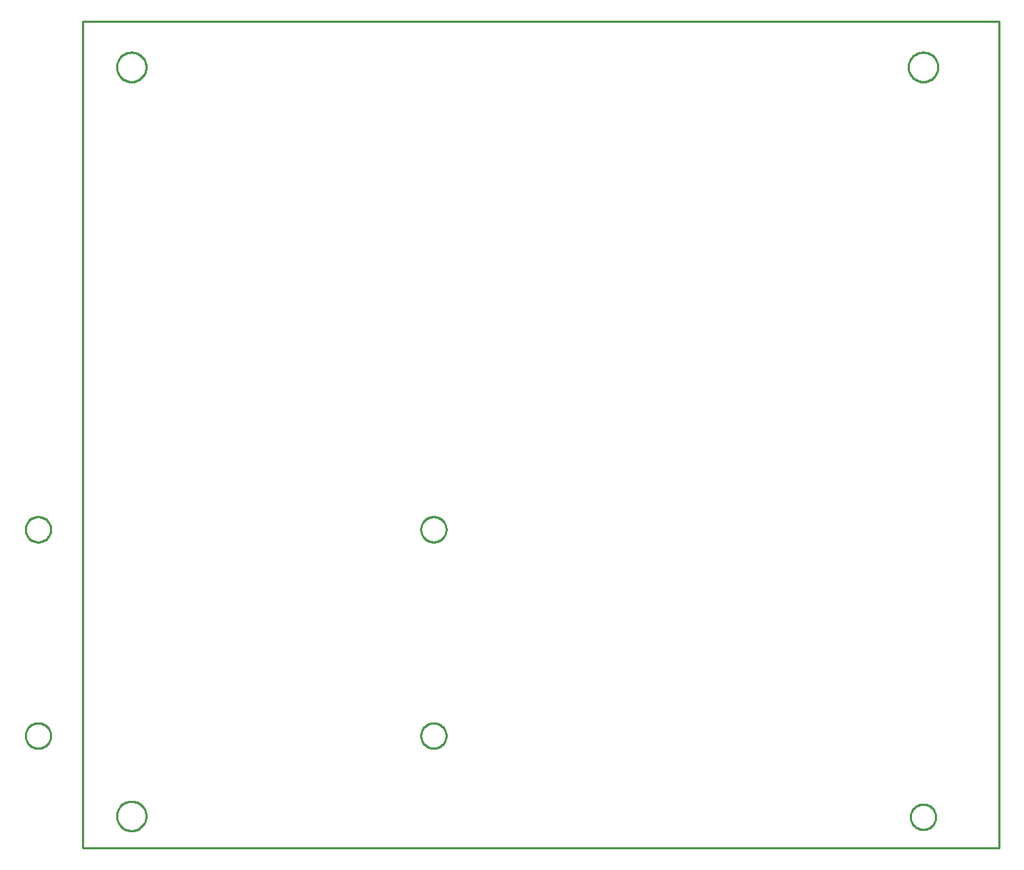
<source format=gbr>
G04 EAGLE Gerber RS-274X export*
G75*
%MOMM*%
%FSLAX34Y34*%
%LPD*%
%IN*%
%IPPOS*%
%AMOC8*
5,1,8,0,0,1.08239X$1,22.5*%
G01*
%ADD10C,0.254000*%


D10*
X1800Y1800D02*
X1089900Y1800D01*
X1089900Y984100D01*
X1800Y984100D01*
X1800Y1800D01*
X77500Y39427D02*
X77425Y38284D01*
X77276Y37148D01*
X77052Y36024D01*
X76755Y34917D01*
X76387Y33832D01*
X75949Y32774D01*
X75442Y31746D01*
X74869Y30754D01*
X74232Y29801D01*
X73535Y28892D01*
X72779Y28031D01*
X71969Y27221D01*
X71108Y26465D01*
X70199Y25768D01*
X69246Y25131D01*
X68254Y24558D01*
X67226Y24051D01*
X66168Y23613D01*
X65083Y23245D01*
X63976Y22948D01*
X62852Y22725D01*
X61716Y22575D01*
X60573Y22500D01*
X59427Y22500D01*
X58284Y22575D01*
X57148Y22725D01*
X56024Y22948D01*
X54917Y23245D01*
X53832Y23613D01*
X52774Y24051D01*
X51746Y24558D01*
X50754Y25131D01*
X49801Y25768D01*
X48892Y26465D01*
X48031Y27221D01*
X47221Y28031D01*
X46465Y28892D01*
X45768Y29801D01*
X45131Y30754D01*
X44558Y31746D01*
X44051Y32774D01*
X43613Y33832D01*
X43245Y34917D01*
X42948Y36024D01*
X42725Y37148D01*
X42575Y38284D01*
X42500Y39427D01*
X42500Y40573D01*
X42575Y41716D01*
X42725Y42852D01*
X42948Y43976D01*
X43245Y45083D01*
X43613Y46168D01*
X44051Y47226D01*
X44558Y48254D01*
X45131Y49246D01*
X45768Y50199D01*
X46465Y51108D01*
X47221Y51969D01*
X48031Y52779D01*
X48892Y53535D01*
X49801Y54232D01*
X50754Y54869D01*
X51746Y55442D01*
X52774Y55949D01*
X53832Y56387D01*
X54917Y56755D01*
X56024Y57052D01*
X57148Y57276D01*
X58284Y57425D01*
X59427Y57500D01*
X60573Y57500D01*
X61716Y57425D01*
X62852Y57276D01*
X63976Y57052D01*
X65083Y56755D01*
X66168Y56387D01*
X67226Y55949D01*
X68254Y55442D01*
X69246Y54869D01*
X70199Y54232D01*
X71108Y53535D01*
X71969Y52779D01*
X72779Y51969D01*
X73535Y51108D01*
X74232Y50199D01*
X74869Y49246D01*
X75442Y48254D01*
X75949Y47226D01*
X76387Y46168D01*
X76755Y45083D01*
X77052Y43976D01*
X77276Y42852D01*
X77425Y41716D01*
X77500Y40573D01*
X77500Y39427D01*
X1015000Y38464D02*
X1014924Y37396D01*
X1014771Y36335D01*
X1014543Y35288D01*
X1014241Y34260D01*
X1013867Y33256D01*
X1013422Y32281D01*
X1012908Y31341D01*
X1012329Y30440D01*
X1011687Y29582D01*
X1010985Y28772D01*
X1010228Y28015D01*
X1009418Y27313D01*
X1008560Y26671D01*
X1007659Y26092D01*
X1006719Y25578D01*
X1005744Y25133D01*
X1004740Y24759D01*
X1003712Y24457D01*
X1002665Y24229D01*
X1001604Y24076D01*
X1000536Y24000D01*
X999464Y24000D01*
X998396Y24076D01*
X997335Y24229D01*
X996288Y24457D01*
X995260Y24759D01*
X994256Y25133D01*
X993281Y25578D01*
X992341Y26092D01*
X991440Y26671D01*
X990582Y27313D01*
X989772Y28015D01*
X989015Y28772D01*
X988313Y29582D01*
X987671Y30440D01*
X987092Y31341D01*
X986578Y32281D01*
X986133Y33256D01*
X985759Y34260D01*
X985457Y35288D01*
X985229Y36335D01*
X985076Y37396D01*
X985000Y38464D01*
X985000Y39536D01*
X985076Y40604D01*
X985229Y41665D01*
X985457Y42712D01*
X985759Y43740D01*
X986133Y44744D01*
X986578Y45719D01*
X987092Y46659D01*
X987671Y47560D01*
X988313Y48418D01*
X989015Y49228D01*
X989772Y49985D01*
X990582Y50687D01*
X991440Y51329D01*
X992341Y51908D01*
X993281Y52422D01*
X994256Y52867D01*
X995260Y53241D01*
X996288Y53543D01*
X997335Y53771D01*
X998396Y53924D01*
X999464Y54000D01*
X1000536Y54000D01*
X1001604Y53924D01*
X1002665Y53771D01*
X1003712Y53543D01*
X1004740Y53241D01*
X1005744Y52867D01*
X1006719Y52422D01*
X1007659Y51908D01*
X1008560Y51329D01*
X1009418Y50687D01*
X1010228Y49985D01*
X1010985Y49228D01*
X1011687Y48418D01*
X1012329Y47560D01*
X1012908Y46659D01*
X1013422Y45719D01*
X1013867Y44744D01*
X1014241Y43740D01*
X1014543Y42712D01*
X1014771Y41665D01*
X1014924Y40604D01*
X1015000Y39536D01*
X1015000Y38464D01*
X1017500Y929427D02*
X1017425Y928284D01*
X1017276Y927148D01*
X1017052Y926024D01*
X1016755Y924917D01*
X1016387Y923832D01*
X1015949Y922774D01*
X1015442Y921746D01*
X1014869Y920754D01*
X1014232Y919801D01*
X1013535Y918892D01*
X1012779Y918031D01*
X1011969Y917221D01*
X1011108Y916465D01*
X1010199Y915768D01*
X1009246Y915131D01*
X1008254Y914558D01*
X1007226Y914051D01*
X1006168Y913613D01*
X1005083Y913245D01*
X1003976Y912948D01*
X1002852Y912725D01*
X1001716Y912575D01*
X1000573Y912500D01*
X999427Y912500D01*
X998284Y912575D01*
X997148Y912725D01*
X996024Y912948D01*
X994917Y913245D01*
X993832Y913613D01*
X992774Y914051D01*
X991746Y914558D01*
X990754Y915131D01*
X989801Y915768D01*
X988892Y916465D01*
X988031Y917221D01*
X987221Y918031D01*
X986465Y918892D01*
X985768Y919801D01*
X985131Y920754D01*
X984558Y921746D01*
X984051Y922774D01*
X983613Y923832D01*
X983245Y924917D01*
X982948Y926024D01*
X982725Y927148D01*
X982575Y928284D01*
X982500Y929427D01*
X982500Y930573D01*
X982575Y931716D01*
X982725Y932852D01*
X982948Y933976D01*
X983245Y935083D01*
X983613Y936168D01*
X984051Y937226D01*
X984558Y938254D01*
X985131Y939246D01*
X985768Y940199D01*
X986465Y941108D01*
X987221Y941969D01*
X988031Y942779D01*
X988892Y943535D01*
X989801Y944232D01*
X990754Y944869D01*
X991746Y945442D01*
X992774Y945949D01*
X993832Y946387D01*
X994917Y946755D01*
X996024Y947052D01*
X997148Y947276D01*
X998284Y947425D01*
X999427Y947500D01*
X1000573Y947500D01*
X1001716Y947425D01*
X1002852Y947276D01*
X1003976Y947052D01*
X1005083Y946755D01*
X1006168Y946387D01*
X1007226Y945949D01*
X1008254Y945442D01*
X1009246Y944869D01*
X1010199Y944232D01*
X1011108Y943535D01*
X1011969Y942779D01*
X1012779Y941969D01*
X1013535Y941108D01*
X1014232Y940199D01*
X1014869Y939246D01*
X1015442Y938254D01*
X1015949Y937226D01*
X1016387Y936168D01*
X1016755Y935083D01*
X1017052Y933976D01*
X1017276Y932852D01*
X1017425Y931716D01*
X1017500Y930573D01*
X1017500Y929427D01*
X77500Y929427D02*
X77425Y928284D01*
X77276Y927148D01*
X77052Y926024D01*
X76755Y924917D01*
X76387Y923832D01*
X75949Y922774D01*
X75442Y921746D01*
X74869Y920754D01*
X74232Y919801D01*
X73535Y918892D01*
X72779Y918031D01*
X71969Y917221D01*
X71108Y916465D01*
X70199Y915768D01*
X69246Y915131D01*
X68254Y914558D01*
X67226Y914051D01*
X66168Y913613D01*
X65083Y913245D01*
X63976Y912948D01*
X62852Y912725D01*
X61716Y912575D01*
X60573Y912500D01*
X59427Y912500D01*
X58284Y912575D01*
X57148Y912725D01*
X56024Y912948D01*
X54917Y913245D01*
X53832Y913613D01*
X52774Y914051D01*
X51746Y914558D01*
X50754Y915131D01*
X49801Y915768D01*
X48892Y916465D01*
X48031Y917221D01*
X47221Y918031D01*
X46465Y918892D01*
X45768Y919801D01*
X45131Y920754D01*
X44558Y921746D01*
X44051Y922774D01*
X43613Y923832D01*
X43245Y924917D01*
X42948Y926024D01*
X42725Y927148D01*
X42575Y928284D01*
X42500Y929427D01*
X42500Y930573D01*
X42575Y931716D01*
X42725Y932852D01*
X42948Y933976D01*
X43245Y935083D01*
X43613Y936168D01*
X44051Y937226D01*
X44558Y938254D01*
X45131Y939246D01*
X45768Y940199D01*
X46465Y941108D01*
X47221Y941969D01*
X48031Y942779D01*
X48892Y943535D01*
X49801Y944232D01*
X50754Y944869D01*
X51746Y945442D01*
X52774Y945949D01*
X53832Y946387D01*
X54917Y946755D01*
X56024Y947052D01*
X57148Y947276D01*
X58284Y947425D01*
X59427Y947500D01*
X60573Y947500D01*
X61716Y947425D01*
X62852Y947276D01*
X63976Y947052D01*
X65083Y946755D01*
X66168Y946387D01*
X67226Y945949D01*
X68254Y945442D01*
X69246Y944869D01*
X70199Y944232D01*
X71108Y943535D01*
X71969Y942779D01*
X72779Y941969D01*
X73535Y941108D01*
X74232Y940199D01*
X74869Y939246D01*
X75442Y938254D01*
X75949Y937226D01*
X76387Y936168D01*
X76755Y935083D01*
X77052Y933976D01*
X77276Y932852D01*
X77425Y931716D01*
X77500Y930573D01*
X77500Y929427D01*
X419186Y150500D02*
X420254Y150424D01*
X421315Y150271D01*
X422362Y150043D01*
X423390Y149741D01*
X424394Y149367D01*
X425369Y148922D01*
X426309Y148408D01*
X427210Y147829D01*
X428068Y147187D01*
X428878Y146485D01*
X429635Y145728D01*
X430337Y144918D01*
X430979Y144060D01*
X431558Y143159D01*
X432072Y142219D01*
X432517Y141244D01*
X432891Y140240D01*
X433193Y139212D01*
X433421Y138165D01*
X433574Y137104D01*
X433650Y136036D01*
X433650Y134964D01*
X433574Y133896D01*
X433421Y132835D01*
X433193Y131788D01*
X432891Y130760D01*
X432517Y129756D01*
X432072Y128781D01*
X431558Y127841D01*
X430979Y126940D01*
X430337Y126082D01*
X429635Y125272D01*
X428878Y124515D01*
X428068Y123813D01*
X427210Y123171D01*
X426309Y122592D01*
X425369Y122078D01*
X424394Y121633D01*
X423390Y121259D01*
X422362Y120957D01*
X421315Y120729D01*
X420254Y120576D01*
X419186Y120500D01*
X418114Y120500D01*
X417046Y120576D01*
X415985Y120729D01*
X414938Y120957D01*
X413910Y121259D01*
X412906Y121633D01*
X411931Y122078D01*
X410991Y122592D01*
X410090Y123171D01*
X409232Y123813D01*
X408422Y124515D01*
X407665Y125272D01*
X406963Y126082D01*
X406321Y126940D01*
X405742Y127841D01*
X405228Y128781D01*
X404783Y129756D01*
X404409Y130760D01*
X404107Y131788D01*
X403879Y132835D01*
X403726Y133896D01*
X403650Y134964D01*
X403650Y136036D01*
X403726Y137104D01*
X403879Y138165D01*
X404107Y139212D01*
X404409Y140240D01*
X404783Y141244D01*
X405228Y142219D01*
X405742Y143159D01*
X406321Y144060D01*
X406963Y144918D01*
X407665Y145728D01*
X408422Y146485D01*
X409232Y147187D01*
X410090Y147829D01*
X410991Y148408D01*
X411931Y148922D01*
X412906Y149367D01*
X413910Y149741D01*
X414938Y150043D01*
X415985Y150271D01*
X417046Y150424D01*
X418114Y150500D01*
X419186Y150500D01*
X419186Y395600D02*
X420254Y395524D01*
X421315Y395371D01*
X422362Y395143D01*
X423390Y394841D01*
X424394Y394467D01*
X425369Y394022D01*
X426309Y393508D01*
X427210Y392929D01*
X428068Y392287D01*
X428878Y391585D01*
X429635Y390828D01*
X430337Y390018D01*
X430979Y389160D01*
X431558Y388259D01*
X432072Y387319D01*
X432517Y386344D01*
X432891Y385340D01*
X433193Y384312D01*
X433421Y383265D01*
X433574Y382204D01*
X433650Y381136D01*
X433650Y380064D01*
X433574Y378996D01*
X433421Y377935D01*
X433193Y376888D01*
X432891Y375860D01*
X432517Y374856D01*
X432072Y373881D01*
X431558Y372941D01*
X430979Y372040D01*
X430337Y371182D01*
X429635Y370372D01*
X428878Y369615D01*
X428068Y368913D01*
X427210Y368271D01*
X426309Y367692D01*
X425369Y367178D01*
X424394Y366733D01*
X423390Y366359D01*
X422362Y366057D01*
X421315Y365829D01*
X420254Y365676D01*
X419186Y365600D01*
X418114Y365600D01*
X417046Y365676D01*
X415985Y365829D01*
X414938Y366057D01*
X413910Y366359D01*
X412906Y366733D01*
X411931Y367178D01*
X410991Y367692D01*
X410090Y368271D01*
X409232Y368913D01*
X408422Y369615D01*
X407665Y370372D01*
X406963Y371182D01*
X406321Y372040D01*
X405742Y372941D01*
X405228Y373881D01*
X404783Y374856D01*
X404409Y375860D01*
X404107Y376888D01*
X403879Y377935D01*
X403726Y378996D01*
X403650Y380064D01*
X403650Y381136D01*
X403726Y382204D01*
X403879Y383265D01*
X404107Y384312D01*
X404409Y385340D01*
X404783Y386344D01*
X405228Y387319D01*
X405742Y388259D01*
X406321Y389160D01*
X406963Y390018D01*
X407665Y390828D01*
X408422Y391585D01*
X409232Y392287D01*
X410090Y392929D01*
X410991Y393508D01*
X411931Y394022D01*
X412906Y394467D01*
X413910Y394841D01*
X414938Y395143D01*
X415985Y395371D01*
X417046Y395524D01*
X418114Y395600D01*
X419186Y395600D01*
X-50314Y395600D02*
X-49246Y395524D01*
X-48185Y395371D01*
X-47138Y395143D01*
X-46110Y394841D01*
X-45106Y394467D01*
X-44131Y394022D01*
X-43191Y393508D01*
X-42290Y392929D01*
X-41432Y392287D01*
X-40622Y391585D01*
X-39865Y390828D01*
X-39163Y390018D01*
X-38521Y389160D01*
X-37942Y388259D01*
X-37428Y387319D01*
X-36983Y386344D01*
X-36609Y385340D01*
X-36307Y384312D01*
X-36079Y383265D01*
X-35926Y382204D01*
X-35850Y381136D01*
X-35850Y380064D01*
X-35926Y378996D01*
X-36079Y377935D01*
X-36307Y376888D01*
X-36609Y375860D01*
X-36983Y374856D01*
X-37428Y373881D01*
X-37942Y372941D01*
X-38521Y372040D01*
X-39163Y371182D01*
X-39865Y370372D01*
X-40622Y369615D01*
X-41432Y368913D01*
X-42290Y368271D01*
X-43191Y367692D01*
X-44131Y367178D01*
X-45106Y366733D01*
X-46110Y366359D01*
X-47138Y366057D01*
X-48185Y365829D01*
X-49246Y365676D01*
X-50314Y365600D01*
X-51386Y365600D01*
X-52454Y365676D01*
X-53515Y365829D01*
X-54562Y366057D01*
X-55590Y366359D01*
X-56594Y366733D01*
X-57569Y367178D01*
X-58509Y367692D01*
X-59410Y368271D01*
X-60268Y368913D01*
X-61078Y369615D01*
X-61835Y370372D01*
X-62537Y371182D01*
X-63179Y372040D01*
X-63758Y372941D01*
X-64272Y373881D01*
X-64717Y374856D01*
X-65091Y375860D01*
X-65393Y376888D01*
X-65621Y377935D01*
X-65774Y378996D01*
X-65850Y380064D01*
X-65850Y381136D01*
X-65774Y382204D01*
X-65621Y383265D01*
X-65393Y384312D01*
X-65091Y385340D01*
X-64717Y386344D01*
X-64272Y387319D01*
X-63758Y388259D01*
X-63179Y389160D01*
X-62537Y390018D01*
X-61835Y390828D01*
X-61078Y391585D01*
X-60268Y392287D01*
X-59410Y392929D01*
X-58509Y393508D01*
X-57569Y394022D01*
X-56594Y394467D01*
X-55590Y394841D01*
X-54562Y395143D01*
X-53515Y395371D01*
X-52454Y395524D01*
X-51386Y395600D01*
X-50314Y395600D01*
X-50314Y150500D02*
X-49246Y150424D01*
X-48185Y150271D01*
X-47138Y150043D01*
X-46110Y149741D01*
X-45106Y149367D01*
X-44131Y148922D01*
X-43191Y148408D01*
X-42290Y147829D01*
X-41432Y147187D01*
X-40622Y146485D01*
X-39865Y145728D01*
X-39163Y144918D01*
X-38521Y144060D01*
X-37942Y143159D01*
X-37428Y142219D01*
X-36983Y141244D01*
X-36609Y140240D01*
X-36307Y139212D01*
X-36079Y138165D01*
X-35926Y137104D01*
X-35850Y136036D01*
X-35850Y134964D01*
X-35926Y133896D01*
X-36079Y132835D01*
X-36307Y131788D01*
X-36609Y130760D01*
X-36983Y129756D01*
X-37428Y128781D01*
X-37942Y127841D01*
X-38521Y126940D01*
X-39163Y126082D01*
X-39865Y125272D01*
X-40622Y124515D01*
X-41432Y123813D01*
X-42290Y123171D01*
X-43191Y122592D01*
X-44131Y122078D01*
X-45106Y121633D01*
X-46110Y121259D01*
X-47138Y120957D01*
X-48185Y120729D01*
X-49246Y120576D01*
X-50314Y120500D01*
X-51386Y120500D01*
X-52454Y120576D01*
X-53515Y120729D01*
X-54562Y120957D01*
X-55590Y121259D01*
X-56594Y121633D01*
X-57569Y122078D01*
X-58509Y122592D01*
X-59410Y123171D01*
X-60268Y123813D01*
X-61078Y124515D01*
X-61835Y125272D01*
X-62537Y126082D01*
X-63179Y126940D01*
X-63758Y127841D01*
X-64272Y128781D01*
X-64717Y129756D01*
X-65091Y130760D01*
X-65393Y131788D01*
X-65621Y132835D01*
X-65774Y133896D01*
X-65850Y134964D01*
X-65850Y136036D01*
X-65774Y137104D01*
X-65621Y138165D01*
X-65393Y139212D01*
X-65091Y140240D01*
X-64717Y141244D01*
X-64272Y142219D01*
X-63758Y143159D01*
X-63179Y144060D01*
X-62537Y144918D01*
X-61835Y145728D01*
X-61078Y146485D01*
X-60268Y147187D01*
X-59410Y147829D01*
X-58509Y148408D01*
X-57569Y148922D01*
X-56594Y149367D01*
X-55590Y149741D01*
X-54562Y150043D01*
X-53515Y150271D01*
X-52454Y150424D01*
X-51386Y150500D01*
X-50314Y150500D01*
M02*

</source>
